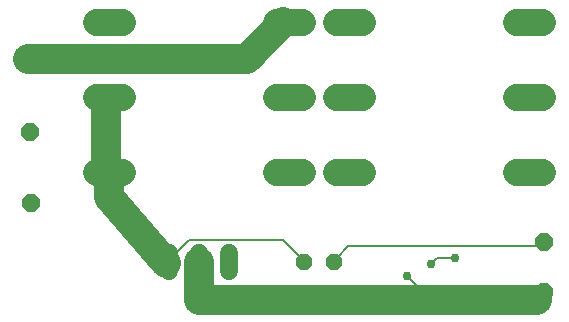
<source format=gbr>
G04 EAGLE Gerber RS-274X export*
G75*
%MOMM*%
%FSLAX34Y34*%
%LPD*%
%INBottom Copper*%
%IPPOS*%
%AMOC8*
5,1,8,0,0,1.08239X$1,22.5*%
G01*
%ADD10P,1.429621X8X202.500000*%
%ADD11P,1.649562X8X22.500000*%
%ADD12C,1.524000*%
%ADD13C,2.247900*%
%ADD14C,0.152400*%
%ADD15C,2.500000*%
%ADD16C,0.756400*%
%ADD17C,0.508000*%


D10*
X342900Y441800D03*
X317500Y441800D03*
D11*
X520700Y458310D03*
X520700Y416400D03*
D12*
X254000Y434180D02*
X254000Y449420D01*
X228600Y449420D02*
X228600Y434180D01*
X203200Y434180D02*
X203200Y449420D01*
D13*
X293561Y645000D02*
X316040Y645000D01*
X163640Y645000D02*
X141161Y645000D01*
X496761Y645000D02*
X519240Y645000D01*
X366840Y645000D02*
X344361Y645000D01*
X316040Y581500D02*
X293561Y581500D01*
X163640Y581500D02*
X141161Y581500D01*
X496761Y581500D02*
X519240Y581500D01*
X366840Y581500D02*
X344361Y581500D01*
X316040Y518000D02*
X293561Y518000D01*
X163640Y518000D02*
X141161Y518000D01*
X496761Y518000D02*
X519240Y518000D01*
X366840Y518000D02*
X344361Y518000D01*
D11*
X83000Y613000D03*
X85000Y552000D03*
X86000Y492000D03*
D14*
X405000Y430000D02*
X425000Y410000D01*
X514300Y410000D02*
X520700Y416400D01*
D15*
X514300Y410000D02*
X425000Y410000D01*
X228600Y410000D01*
X228600Y441800D01*
D16*
X405000Y430000D03*
D14*
X425000Y440000D02*
X430000Y445000D01*
X445000Y445000D01*
D16*
X425000Y440000D03*
X445000Y445000D03*
D14*
X355000Y455000D02*
X345000Y445000D01*
X355000Y455000D02*
X520000Y455000D01*
X345000Y445000D02*
X342900Y441800D01*
X520000Y455000D02*
X520700Y458310D01*
X315000Y445000D02*
X300000Y460000D01*
X220000Y460000D01*
X205000Y445000D02*
X200714Y440714D01*
X205000Y445000D02*
X220000Y460000D01*
X315000Y445000D02*
X317500Y441800D01*
X205000Y445000D02*
X203200Y441800D01*
D15*
X150000Y520000D02*
X150000Y580000D01*
D14*
X150000Y520000D02*
X152400Y518000D01*
X150000Y580000D02*
X152400Y581500D01*
D15*
X152400Y496462D02*
X200714Y440714D01*
X152400Y496462D02*
X152400Y518000D01*
X119881Y614000D02*
X269000Y614000D01*
X300000Y645000D01*
D14*
X304800Y645000D01*
D15*
X119881Y614000D02*
X84000Y614000D01*
D17*
X83000Y613000D01*
M02*

</source>
